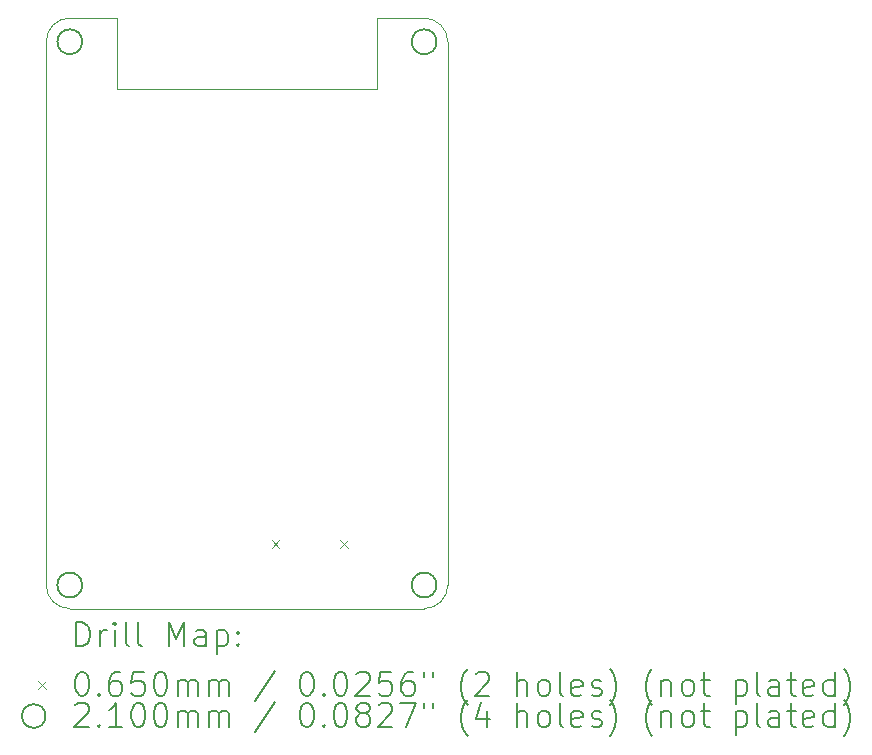
<source format=gbr>
%TF.GenerationSoftware,KiCad,Pcbnew,8.0.2*%
%TF.CreationDate,2024-05-24T09:08:18+10:00*%
%TF.ProjectId,design,64657369-676e-42e6-9b69-6361645f7063,rev?*%
%TF.SameCoordinates,Original*%
%TF.FileFunction,Drillmap*%
%TF.FilePolarity,Positive*%
%FSLAX45Y45*%
G04 Gerber Fmt 4.5, Leading zero omitted, Abs format (unit mm)*
G04 Created by KiCad (PCBNEW 8.0.2) date 2024-05-24 09:08:18*
%MOMM*%
%LPD*%
G01*
G04 APERTURE LIST*
%ADD10C,0.100000*%
%ADD11C,0.200000*%
%ADD12C,0.210000*%
G04 APERTURE END LIST*
D10*
X8500000Y-11500000D02*
G75*
G02*
X8300000Y-11300000I0J200000D01*
G01*
X11500000Y-11500000D02*
X8500000Y-11500000D01*
X8300000Y-11300000D02*
X8300000Y-6700000D01*
X11700000Y-6700000D02*
X11700000Y-11300000D01*
X11500000Y-6500000D02*
X11100000Y-6500000D01*
X8900000Y-7100000D02*
X8900000Y-6500000D01*
X11500000Y-6500000D02*
G75*
G02*
X11700000Y-6700000I0J-200000D01*
G01*
X11100000Y-7100000D02*
X8900000Y-7100000D01*
X8900000Y-6500000D02*
X8500000Y-6500000D01*
X8300000Y-6700000D02*
G75*
G02*
X8500000Y-6500000I200000J0D01*
G01*
X11100000Y-6500000D02*
X11100000Y-7100000D01*
X11700000Y-11300000D02*
G75*
G02*
X11500000Y-11500000I-200000J0D01*
G01*
D11*
D10*
X10208500Y-10917500D02*
X10273500Y-10982500D01*
X10273500Y-10917500D02*
X10208500Y-10982500D01*
X10786500Y-10917500D02*
X10851500Y-10982500D01*
X10851500Y-10917500D02*
X10786500Y-10982500D01*
D12*
X8605000Y-6700000D02*
G75*
G02*
X8395000Y-6700000I-105000J0D01*
G01*
X8395000Y-6700000D02*
G75*
G02*
X8605000Y-6700000I105000J0D01*
G01*
X8605000Y-11300000D02*
G75*
G02*
X8395000Y-11300000I-105000J0D01*
G01*
X8395000Y-11300000D02*
G75*
G02*
X8605000Y-11300000I105000J0D01*
G01*
X11605000Y-6700000D02*
G75*
G02*
X11395000Y-6700000I-105000J0D01*
G01*
X11395000Y-6700000D02*
G75*
G02*
X11605000Y-6700000I105000J0D01*
G01*
X11605000Y-11300000D02*
G75*
G02*
X11395000Y-11300000I-105000J0D01*
G01*
X11395000Y-11300000D02*
G75*
G02*
X11605000Y-11300000I105000J0D01*
G01*
D11*
X8555777Y-11816484D02*
X8555777Y-11616484D01*
X8555777Y-11616484D02*
X8603396Y-11616484D01*
X8603396Y-11616484D02*
X8631967Y-11626008D01*
X8631967Y-11626008D02*
X8651015Y-11645055D01*
X8651015Y-11645055D02*
X8660539Y-11664103D01*
X8660539Y-11664103D02*
X8670063Y-11702198D01*
X8670063Y-11702198D02*
X8670063Y-11730769D01*
X8670063Y-11730769D02*
X8660539Y-11768865D01*
X8660539Y-11768865D02*
X8651015Y-11787912D01*
X8651015Y-11787912D02*
X8631967Y-11806960D01*
X8631967Y-11806960D02*
X8603396Y-11816484D01*
X8603396Y-11816484D02*
X8555777Y-11816484D01*
X8755777Y-11816484D02*
X8755777Y-11683150D01*
X8755777Y-11721246D02*
X8765301Y-11702198D01*
X8765301Y-11702198D02*
X8774824Y-11692674D01*
X8774824Y-11692674D02*
X8793872Y-11683150D01*
X8793872Y-11683150D02*
X8812920Y-11683150D01*
X8879586Y-11816484D02*
X8879586Y-11683150D01*
X8879586Y-11616484D02*
X8870063Y-11626008D01*
X8870063Y-11626008D02*
X8879586Y-11635531D01*
X8879586Y-11635531D02*
X8889110Y-11626008D01*
X8889110Y-11626008D02*
X8879586Y-11616484D01*
X8879586Y-11616484D02*
X8879586Y-11635531D01*
X9003396Y-11816484D02*
X8984348Y-11806960D01*
X8984348Y-11806960D02*
X8974824Y-11787912D01*
X8974824Y-11787912D02*
X8974824Y-11616484D01*
X9108158Y-11816484D02*
X9089110Y-11806960D01*
X9089110Y-11806960D02*
X9079586Y-11787912D01*
X9079586Y-11787912D02*
X9079586Y-11616484D01*
X9336729Y-11816484D02*
X9336729Y-11616484D01*
X9336729Y-11616484D02*
X9403396Y-11759341D01*
X9403396Y-11759341D02*
X9470063Y-11616484D01*
X9470063Y-11616484D02*
X9470063Y-11816484D01*
X9651015Y-11816484D02*
X9651015Y-11711722D01*
X9651015Y-11711722D02*
X9641491Y-11692674D01*
X9641491Y-11692674D02*
X9622444Y-11683150D01*
X9622444Y-11683150D02*
X9584348Y-11683150D01*
X9584348Y-11683150D02*
X9565301Y-11692674D01*
X9651015Y-11806960D02*
X9631967Y-11816484D01*
X9631967Y-11816484D02*
X9584348Y-11816484D01*
X9584348Y-11816484D02*
X9565301Y-11806960D01*
X9565301Y-11806960D02*
X9555777Y-11787912D01*
X9555777Y-11787912D02*
X9555777Y-11768865D01*
X9555777Y-11768865D02*
X9565301Y-11749817D01*
X9565301Y-11749817D02*
X9584348Y-11740293D01*
X9584348Y-11740293D02*
X9631967Y-11740293D01*
X9631967Y-11740293D02*
X9651015Y-11730769D01*
X9746253Y-11683150D02*
X9746253Y-11883150D01*
X9746253Y-11692674D02*
X9765301Y-11683150D01*
X9765301Y-11683150D02*
X9803396Y-11683150D01*
X9803396Y-11683150D02*
X9822444Y-11692674D01*
X9822444Y-11692674D02*
X9831967Y-11702198D01*
X9831967Y-11702198D02*
X9841491Y-11721246D01*
X9841491Y-11721246D02*
X9841491Y-11778388D01*
X9841491Y-11778388D02*
X9831967Y-11797436D01*
X9831967Y-11797436D02*
X9822444Y-11806960D01*
X9822444Y-11806960D02*
X9803396Y-11816484D01*
X9803396Y-11816484D02*
X9765301Y-11816484D01*
X9765301Y-11816484D02*
X9746253Y-11806960D01*
X9927205Y-11797436D02*
X9936729Y-11806960D01*
X9936729Y-11806960D02*
X9927205Y-11816484D01*
X9927205Y-11816484D02*
X9917682Y-11806960D01*
X9917682Y-11806960D02*
X9927205Y-11797436D01*
X9927205Y-11797436D02*
X9927205Y-11816484D01*
X9927205Y-11692674D02*
X9936729Y-11702198D01*
X9936729Y-11702198D02*
X9927205Y-11711722D01*
X9927205Y-11711722D02*
X9917682Y-11702198D01*
X9917682Y-11702198D02*
X9927205Y-11692674D01*
X9927205Y-11692674D02*
X9927205Y-11711722D01*
D10*
X8230000Y-12112500D02*
X8295000Y-12177500D01*
X8295000Y-12112500D02*
X8230000Y-12177500D01*
D11*
X8593872Y-12036484D02*
X8612920Y-12036484D01*
X8612920Y-12036484D02*
X8631967Y-12046008D01*
X8631967Y-12046008D02*
X8641491Y-12055531D01*
X8641491Y-12055531D02*
X8651015Y-12074579D01*
X8651015Y-12074579D02*
X8660539Y-12112674D01*
X8660539Y-12112674D02*
X8660539Y-12160293D01*
X8660539Y-12160293D02*
X8651015Y-12198388D01*
X8651015Y-12198388D02*
X8641491Y-12217436D01*
X8641491Y-12217436D02*
X8631967Y-12226960D01*
X8631967Y-12226960D02*
X8612920Y-12236484D01*
X8612920Y-12236484D02*
X8593872Y-12236484D01*
X8593872Y-12236484D02*
X8574824Y-12226960D01*
X8574824Y-12226960D02*
X8565301Y-12217436D01*
X8565301Y-12217436D02*
X8555777Y-12198388D01*
X8555777Y-12198388D02*
X8546253Y-12160293D01*
X8546253Y-12160293D02*
X8546253Y-12112674D01*
X8546253Y-12112674D02*
X8555777Y-12074579D01*
X8555777Y-12074579D02*
X8565301Y-12055531D01*
X8565301Y-12055531D02*
X8574824Y-12046008D01*
X8574824Y-12046008D02*
X8593872Y-12036484D01*
X8746253Y-12217436D02*
X8755777Y-12226960D01*
X8755777Y-12226960D02*
X8746253Y-12236484D01*
X8746253Y-12236484D02*
X8736729Y-12226960D01*
X8736729Y-12226960D02*
X8746253Y-12217436D01*
X8746253Y-12217436D02*
X8746253Y-12236484D01*
X8927205Y-12036484D02*
X8889110Y-12036484D01*
X8889110Y-12036484D02*
X8870063Y-12046008D01*
X8870063Y-12046008D02*
X8860539Y-12055531D01*
X8860539Y-12055531D02*
X8841491Y-12084103D01*
X8841491Y-12084103D02*
X8831967Y-12122198D01*
X8831967Y-12122198D02*
X8831967Y-12198388D01*
X8831967Y-12198388D02*
X8841491Y-12217436D01*
X8841491Y-12217436D02*
X8851015Y-12226960D01*
X8851015Y-12226960D02*
X8870063Y-12236484D01*
X8870063Y-12236484D02*
X8908158Y-12236484D01*
X8908158Y-12236484D02*
X8927205Y-12226960D01*
X8927205Y-12226960D02*
X8936729Y-12217436D01*
X8936729Y-12217436D02*
X8946253Y-12198388D01*
X8946253Y-12198388D02*
X8946253Y-12150769D01*
X8946253Y-12150769D02*
X8936729Y-12131722D01*
X8936729Y-12131722D02*
X8927205Y-12122198D01*
X8927205Y-12122198D02*
X8908158Y-12112674D01*
X8908158Y-12112674D02*
X8870063Y-12112674D01*
X8870063Y-12112674D02*
X8851015Y-12122198D01*
X8851015Y-12122198D02*
X8841491Y-12131722D01*
X8841491Y-12131722D02*
X8831967Y-12150769D01*
X9127205Y-12036484D02*
X9031967Y-12036484D01*
X9031967Y-12036484D02*
X9022444Y-12131722D01*
X9022444Y-12131722D02*
X9031967Y-12122198D01*
X9031967Y-12122198D02*
X9051015Y-12112674D01*
X9051015Y-12112674D02*
X9098634Y-12112674D01*
X9098634Y-12112674D02*
X9117682Y-12122198D01*
X9117682Y-12122198D02*
X9127205Y-12131722D01*
X9127205Y-12131722D02*
X9136729Y-12150769D01*
X9136729Y-12150769D02*
X9136729Y-12198388D01*
X9136729Y-12198388D02*
X9127205Y-12217436D01*
X9127205Y-12217436D02*
X9117682Y-12226960D01*
X9117682Y-12226960D02*
X9098634Y-12236484D01*
X9098634Y-12236484D02*
X9051015Y-12236484D01*
X9051015Y-12236484D02*
X9031967Y-12226960D01*
X9031967Y-12226960D02*
X9022444Y-12217436D01*
X9260539Y-12036484D02*
X9279586Y-12036484D01*
X9279586Y-12036484D02*
X9298634Y-12046008D01*
X9298634Y-12046008D02*
X9308158Y-12055531D01*
X9308158Y-12055531D02*
X9317682Y-12074579D01*
X9317682Y-12074579D02*
X9327205Y-12112674D01*
X9327205Y-12112674D02*
X9327205Y-12160293D01*
X9327205Y-12160293D02*
X9317682Y-12198388D01*
X9317682Y-12198388D02*
X9308158Y-12217436D01*
X9308158Y-12217436D02*
X9298634Y-12226960D01*
X9298634Y-12226960D02*
X9279586Y-12236484D01*
X9279586Y-12236484D02*
X9260539Y-12236484D01*
X9260539Y-12236484D02*
X9241491Y-12226960D01*
X9241491Y-12226960D02*
X9231967Y-12217436D01*
X9231967Y-12217436D02*
X9222444Y-12198388D01*
X9222444Y-12198388D02*
X9212920Y-12160293D01*
X9212920Y-12160293D02*
X9212920Y-12112674D01*
X9212920Y-12112674D02*
X9222444Y-12074579D01*
X9222444Y-12074579D02*
X9231967Y-12055531D01*
X9231967Y-12055531D02*
X9241491Y-12046008D01*
X9241491Y-12046008D02*
X9260539Y-12036484D01*
X9412920Y-12236484D02*
X9412920Y-12103150D01*
X9412920Y-12122198D02*
X9422444Y-12112674D01*
X9422444Y-12112674D02*
X9441491Y-12103150D01*
X9441491Y-12103150D02*
X9470063Y-12103150D01*
X9470063Y-12103150D02*
X9489110Y-12112674D01*
X9489110Y-12112674D02*
X9498634Y-12131722D01*
X9498634Y-12131722D02*
X9498634Y-12236484D01*
X9498634Y-12131722D02*
X9508158Y-12112674D01*
X9508158Y-12112674D02*
X9527205Y-12103150D01*
X9527205Y-12103150D02*
X9555777Y-12103150D01*
X9555777Y-12103150D02*
X9574825Y-12112674D01*
X9574825Y-12112674D02*
X9584348Y-12131722D01*
X9584348Y-12131722D02*
X9584348Y-12236484D01*
X9679586Y-12236484D02*
X9679586Y-12103150D01*
X9679586Y-12122198D02*
X9689110Y-12112674D01*
X9689110Y-12112674D02*
X9708158Y-12103150D01*
X9708158Y-12103150D02*
X9736729Y-12103150D01*
X9736729Y-12103150D02*
X9755777Y-12112674D01*
X9755777Y-12112674D02*
X9765301Y-12131722D01*
X9765301Y-12131722D02*
X9765301Y-12236484D01*
X9765301Y-12131722D02*
X9774825Y-12112674D01*
X9774825Y-12112674D02*
X9793872Y-12103150D01*
X9793872Y-12103150D02*
X9822444Y-12103150D01*
X9822444Y-12103150D02*
X9841491Y-12112674D01*
X9841491Y-12112674D02*
X9851015Y-12131722D01*
X9851015Y-12131722D02*
X9851015Y-12236484D01*
X10241491Y-12026960D02*
X10070063Y-12284103D01*
X10498634Y-12036484D02*
X10517682Y-12036484D01*
X10517682Y-12036484D02*
X10536729Y-12046008D01*
X10536729Y-12046008D02*
X10546253Y-12055531D01*
X10546253Y-12055531D02*
X10555777Y-12074579D01*
X10555777Y-12074579D02*
X10565301Y-12112674D01*
X10565301Y-12112674D02*
X10565301Y-12160293D01*
X10565301Y-12160293D02*
X10555777Y-12198388D01*
X10555777Y-12198388D02*
X10546253Y-12217436D01*
X10546253Y-12217436D02*
X10536729Y-12226960D01*
X10536729Y-12226960D02*
X10517682Y-12236484D01*
X10517682Y-12236484D02*
X10498634Y-12236484D01*
X10498634Y-12236484D02*
X10479587Y-12226960D01*
X10479587Y-12226960D02*
X10470063Y-12217436D01*
X10470063Y-12217436D02*
X10460539Y-12198388D01*
X10460539Y-12198388D02*
X10451015Y-12160293D01*
X10451015Y-12160293D02*
X10451015Y-12112674D01*
X10451015Y-12112674D02*
X10460539Y-12074579D01*
X10460539Y-12074579D02*
X10470063Y-12055531D01*
X10470063Y-12055531D02*
X10479587Y-12046008D01*
X10479587Y-12046008D02*
X10498634Y-12036484D01*
X10651015Y-12217436D02*
X10660539Y-12226960D01*
X10660539Y-12226960D02*
X10651015Y-12236484D01*
X10651015Y-12236484D02*
X10641491Y-12226960D01*
X10641491Y-12226960D02*
X10651015Y-12217436D01*
X10651015Y-12217436D02*
X10651015Y-12236484D01*
X10784348Y-12036484D02*
X10803396Y-12036484D01*
X10803396Y-12036484D02*
X10822444Y-12046008D01*
X10822444Y-12046008D02*
X10831968Y-12055531D01*
X10831968Y-12055531D02*
X10841491Y-12074579D01*
X10841491Y-12074579D02*
X10851015Y-12112674D01*
X10851015Y-12112674D02*
X10851015Y-12160293D01*
X10851015Y-12160293D02*
X10841491Y-12198388D01*
X10841491Y-12198388D02*
X10831968Y-12217436D01*
X10831968Y-12217436D02*
X10822444Y-12226960D01*
X10822444Y-12226960D02*
X10803396Y-12236484D01*
X10803396Y-12236484D02*
X10784348Y-12236484D01*
X10784348Y-12236484D02*
X10765301Y-12226960D01*
X10765301Y-12226960D02*
X10755777Y-12217436D01*
X10755777Y-12217436D02*
X10746253Y-12198388D01*
X10746253Y-12198388D02*
X10736729Y-12160293D01*
X10736729Y-12160293D02*
X10736729Y-12112674D01*
X10736729Y-12112674D02*
X10746253Y-12074579D01*
X10746253Y-12074579D02*
X10755777Y-12055531D01*
X10755777Y-12055531D02*
X10765301Y-12046008D01*
X10765301Y-12046008D02*
X10784348Y-12036484D01*
X10927206Y-12055531D02*
X10936729Y-12046008D01*
X10936729Y-12046008D02*
X10955777Y-12036484D01*
X10955777Y-12036484D02*
X11003396Y-12036484D01*
X11003396Y-12036484D02*
X11022444Y-12046008D01*
X11022444Y-12046008D02*
X11031968Y-12055531D01*
X11031968Y-12055531D02*
X11041491Y-12074579D01*
X11041491Y-12074579D02*
X11041491Y-12093627D01*
X11041491Y-12093627D02*
X11031968Y-12122198D01*
X11031968Y-12122198D02*
X10917682Y-12236484D01*
X10917682Y-12236484D02*
X11041491Y-12236484D01*
X11222444Y-12036484D02*
X11127206Y-12036484D01*
X11127206Y-12036484D02*
X11117682Y-12131722D01*
X11117682Y-12131722D02*
X11127206Y-12122198D01*
X11127206Y-12122198D02*
X11146253Y-12112674D01*
X11146253Y-12112674D02*
X11193872Y-12112674D01*
X11193872Y-12112674D02*
X11212920Y-12122198D01*
X11212920Y-12122198D02*
X11222444Y-12131722D01*
X11222444Y-12131722D02*
X11231967Y-12150769D01*
X11231967Y-12150769D02*
X11231967Y-12198388D01*
X11231967Y-12198388D02*
X11222444Y-12217436D01*
X11222444Y-12217436D02*
X11212920Y-12226960D01*
X11212920Y-12226960D02*
X11193872Y-12236484D01*
X11193872Y-12236484D02*
X11146253Y-12236484D01*
X11146253Y-12236484D02*
X11127206Y-12226960D01*
X11127206Y-12226960D02*
X11117682Y-12217436D01*
X11403396Y-12036484D02*
X11365301Y-12036484D01*
X11365301Y-12036484D02*
X11346253Y-12046008D01*
X11346253Y-12046008D02*
X11336729Y-12055531D01*
X11336729Y-12055531D02*
X11317682Y-12084103D01*
X11317682Y-12084103D02*
X11308158Y-12122198D01*
X11308158Y-12122198D02*
X11308158Y-12198388D01*
X11308158Y-12198388D02*
X11317682Y-12217436D01*
X11317682Y-12217436D02*
X11327206Y-12226960D01*
X11327206Y-12226960D02*
X11346253Y-12236484D01*
X11346253Y-12236484D02*
X11384348Y-12236484D01*
X11384348Y-12236484D02*
X11403396Y-12226960D01*
X11403396Y-12226960D02*
X11412920Y-12217436D01*
X11412920Y-12217436D02*
X11422444Y-12198388D01*
X11422444Y-12198388D02*
X11422444Y-12150769D01*
X11422444Y-12150769D02*
X11412920Y-12131722D01*
X11412920Y-12131722D02*
X11403396Y-12122198D01*
X11403396Y-12122198D02*
X11384348Y-12112674D01*
X11384348Y-12112674D02*
X11346253Y-12112674D01*
X11346253Y-12112674D02*
X11327206Y-12122198D01*
X11327206Y-12122198D02*
X11317682Y-12131722D01*
X11317682Y-12131722D02*
X11308158Y-12150769D01*
X11498634Y-12036484D02*
X11498634Y-12074579D01*
X11574825Y-12036484D02*
X11574825Y-12074579D01*
X11870063Y-12312674D02*
X11860539Y-12303150D01*
X11860539Y-12303150D02*
X11841491Y-12274579D01*
X11841491Y-12274579D02*
X11831968Y-12255531D01*
X11831968Y-12255531D02*
X11822444Y-12226960D01*
X11822444Y-12226960D02*
X11812920Y-12179341D01*
X11812920Y-12179341D02*
X11812920Y-12141246D01*
X11812920Y-12141246D02*
X11822444Y-12093627D01*
X11822444Y-12093627D02*
X11831968Y-12065055D01*
X11831968Y-12065055D02*
X11841491Y-12046008D01*
X11841491Y-12046008D02*
X11860539Y-12017436D01*
X11860539Y-12017436D02*
X11870063Y-12007912D01*
X11936729Y-12055531D02*
X11946253Y-12046008D01*
X11946253Y-12046008D02*
X11965301Y-12036484D01*
X11965301Y-12036484D02*
X12012920Y-12036484D01*
X12012920Y-12036484D02*
X12031968Y-12046008D01*
X12031968Y-12046008D02*
X12041491Y-12055531D01*
X12041491Y-12055531D02*
X12051015Y-12074579D01*
X12051015Y-12074579D02*
X12051015Y-12093627D01*
X12051015Y-12093627D02*
X12041491Y-12122198D01*
X12041491Y-12122198D02*
X11927206Y-12236484D01*
X11927206Y-12236484D02*
X12051015Y-12236484D01*
X12289110Y-12236484D02*
X12289110Y-12036484D01*
X12374825Y-12236484D02*
X12374825Y-12131722D01*
X12374825Y-12131722D02*
X12365301Y-12112674D01*
X12365301Y-12112674D02*
X12346253Y-12103150D01*
X12346253Y-12103150D02*
X12317682Y-12103150D01*
X12317682Y-12103150D02*
X12298634Y-12112674D01*
X12298634Y-12112674D02*
X12289110Y-12122198D01*
X12498634Y-12236484D02*
X12479587Y-12226960D01*
X12479587Y-12226960D02*
X12470063Y-12217436D01*
X12470063Y-12217436D02*
X12460539Y-12198388D01*
X12460539Y-12198388D02*
X12460539Y-12141246D01*
X12460539Y-12141246D02*
X12470063Y-12122198D01*
X12470063Y-12122198D02*
X12479587Y-12112674D01*
X12479587Y-12112674D02*
X12498634Y-12103150D01*
X12498634Y-12103150D02*
X12527206Y-12103150D01*
X12527206Y-12103150D02*
X12546253Y-12112674D01*
X12546253Y-12112674D02*
X12555777Y-12122198D01*
X12555777Y-12122198D02*
X12565301Y-12141246D01*
X12565301Y-12141246D02*
X12565301Y-12198388D01*
X12565301Y-12198388D02*
X12555777Y-12217436D01*
X12555777Y-12217436D02*
X12546253Y-12226960D01*
X12546253Y-12226960D02*
X12527206Y-12236484D01*
X12527206Y-12236484D02*
X12498634Y-12236484D01*
X12679587Y-12236484D02*
X12660539Y-12226960D01*
X12660539Y-12226960D02*
X12651015Y-12207912D01*
X12651015Y-12207912D02*
X12651015Y-12036484D01*
X12831968Y-12226960D02*
X12812920Y-12236484D01*
X12812920Y-12236484D02*
X12774825Y-12236484D01*
X12774825Y-12236484D02*
X12755777Y-12226960D01*
X12755777Y-12226960D02*
X12746253Y-12207912D01*
X12746253Y-12207912D02*
X12746253Y-12131722D01*
X12746253Y-12131722D02*
X12755777Y-12112674D01*
X12755777Y-12112674D02*
X12774825Y-12103150D01*
X12774825Y-12103150D02*
X12812920Y-12103150D01*
X12812920Y-12103150D02*
X12831968Y-12112674D01*
X12831968Y-12112674D02*
X12841491Y-12131722D01*
X12841491Y-12131722D02*
X12841491Y-12150769D01*
X12841491Y-12150769D02*
X12746253Y-12169817D01*
X12917682Y-12226960D02*
X12936730Y-12236484D01*
X12936730Y-12236484D02*
X12974825Y-12236484D01*
X12974825Y-12236484D02*
X12993872Y-12226960D01*
X12993872Y-12226960D02*
X13003396Y-12207912D01*
X13003396Y-12207912D02*
X13003396Y-12198388D01*
X13003396Y-12198388D02*
X12993872Y-12179341D01*
X12993872Y-12179341D02*
X12974825Y-12169817D01*
X12974825Y-12169817D02*
X12946253Y-12169817D01*
X12946253Y-12169817D02*
X12927206Y-12160293D01*
X12927206Y-12160293D02*
X12917682Y-12141246D01*
X12917682Y-12141246D02*
X12917682Y-12131722D01*
X12917682Y-12131722D02*
X12927206Y-12112674D01*
X12927206Y-12112674D02*
X12946253Y-12103150D01*
X12946253Y-12103150D02*
X12974825Y-12103150D01*
X12974825Y-12103150D02*
X12993872Y-12112674D01*
X13070063Y-12312674D02*
X13079587Y-12303150D01*
X13079587Y-12303150D02*
X13098634Y-12274579D01*
X13098634Y-12274579D02*
X13108158Y-12255531D01*
X13108158Y-12255531D02*
X13117682Y-12226960D01*
X13117682Y-12226960D02*
X13127206Y-12179341D01*
X13127206Y-12179341D02*
X13127206Y-12141246D01*
X13127206Y-12141246D02*
X13117682Y-12093627D01*
X13117682Y-12093627D02*
X13108158Y-12065055D01*
X13108158Y-12065055D02*
X13098634Y-12046008D01*
X13098634Y-12046008D02*
X13079587Y-12017436D01*
X13079587Y-12017436D02*
X13070063Y-12007912D01*
X13431968Y-12312674D02*
X13422444Y-12303150D01*
X13422444Y-12303150D02*
X13403396Y-12274579D01*
X13403396Y-12274579D02*
X13393872Y-12255531D01*
X13393872Y-12255531D02*
X13384349Y-12226960D01*
X13384349Y-12226960D02*
X13374825Y-12179341D01*
X13374825Y-12179341D02*
X13374825Y-12141246D01*
X13374825Y-12141246D02*
X13384349Y-12093627D01*
X13384349Y-12093627D02*
X13393872Y-12065055D01*
X13393872Y-12065055D02*
X13403396Y-12046008D01*
X13403396Y-12046008D02*
X13422444Y-12017436D01*
X13422444Y-12017436D02*
X13431968Y-12007912D01*
X13508158Y-12103150D02*
X13508158Y-12236484D01*
X13508158Y-12122198D02*
X13517682Y-12112674D01*
X13517682Y-12112674D02*
X13536730Y-12103150D01*
X13536730Y-12103150D02*
X13565301Y-12103150D01*
X13565301Y-12103150D02*
X13584349Y-12112674D01*
X13584349Y-12112674D02*
X13593872Y-12131722D01*
X13593872Y-12131722D02*
X13593872Y-12236484D01*
X13717682Y-12236484D02*
X13698634Y-12226960D01*
X13698634Y-12226960D02*
X13689111Y-12217436D01*
X13689111Y-12217436D02*
X13679587Y-12198388D01*
X13679587Y-12198388D02*
X13679587Y-12141246D01*
X13679587Y-12141246D02*
X13689111Y-12122198D01*
X13689111Y-12122198D02*
X13698634Y-12112674D01*
X13698634Y-12112674D02*
X13717682Y-12103150D01*
X13717682Y-12103150D02*
X13746253Y-12103150D01*
X13746253Y-12103150D02*
X13765301Y-12112674D01*
X13765301Y-12112674D02*
X13774825Y-12122198D01*
X13774825Y-12122198D02*
X13784349Y-12141246D01*
X13784349Y-12141246D02*
X13784349Y-12198388D01*
X13784349Y-12198388D02*
X13774825Y-12217436D01*
X13774825Y-12217436D02*
X13765301Y-12226960D01*
X13765301Y-12226960D02*
X13746253Y-12236484D01*
X13746253Y-12236484D02*
X13717682Y-12236484D01*
X13841492Y-12103150D02*
X13917682Y-12103150D01*
X13870063Y-12036484D02*
X13870063Y-12207912D01*
X13870063Y-12207912D02*
X13879587Y-12226960D01*
X13879587Y-12226960D02*
X13898634Y-12236484D01*
X13898634Y-12236484D02*
X13917682Y-12236484D01*
X14136730Y-12103150D02*
X14136730Y-12303150D01*
X14136730Y-12112674D02*
X14155777Y-12103150D01*
X14155777Y-12103150D02*
X14193873Y-12103150D01*
X14193873Y-12103150D02*
X14212920Y-12112674D01*
X14212920Y-12112674D02*
X14222444Y-12122198D01*
X14222444Y-12122198D02*
X14231968Y-12141246D01*
X14231968Y-12141246D02*
X14231968Y-12198388D01*
X14231968Y-12198388D02*
X14222444Y-12217436D01*
X14222444Y-12217436D02*
X14212920Y-12226960D01*
X14212920Y-12226960D02*
X14193873Y-12236484D01*
X14193873Y-12236484D02*
X14155777Y-12236484D01*
X14155777Y-12236484D02*
X14136730Y-12226960D01*
X14346253Y-12236484D02*
X14327206Y-12226960D01*
X14327206Y-12226960D02*
X14317682Y-12207912D01*
X14317682Y-12207912D02*
X14317682Y-12036484D01*
X14508158Y-12236484D02*
X14508158Y-12131722D01*
X14508158Y-12131722D02*
X14498634Y-12112674D01*
X14498634Y-12112674D02*
X14479587Y-12103150D01*
X14479587Y-12103150D02*
X14441492Y-12103150D01*
X14441492Y-12103150D02*
X14422444Y-12112674D01*
X14508158Y-12226960D02*
X14489111Y-12236484D01*
X14489111Y-12236484D02*
X14441492Y-12236484D01*
X14441492Y-12236484D02*
X14422444Y-12226960D01*
X14422444Y-12226960D02*
X14412920Y-12207912D01*
X14412920Y-12207912D02*
X14412920Y-12188865D01*
X14412920Y-12188865D02*
X14422444Y-12169817D01*
X14422444Y-12169817D02*
X14441492Y-12160293D01*
X14441492Y-12160293D02*
X14489111Y-12160293D01*
X14489111Y-12160293D02*
X14508158Y-12150769D01*
X14574825Y-12103150D02*
X14651015Y-12103150D01*
X14603396Y-12036484D02*
X14603396Y-12207912D01*
X14603396Y-12207912D02*
X14612920Y-12226960D01*
X14612920Y-12226960D02*
X14631968Y-12236484D01*
X14631968Y-12236484D02*
X14651015Y-12236484D01*
X14793873Y-12226960D02*
X14774825Y-12236484D01*
X14774825Y-12236484D02*
X14736730Y-12236484D01*
X14736730Y-12236484D02*
X14717682Y-12226960D01*
X14717682Y-12226960D02*
X14708158Y-12207912D01*
X14708158Y-12207912D02*
X14708158Y-12131722D01*
X14708158Y-12131722D02*
X14717682Y-12112674D01*
X14717682Y-12112674D02*
X14736730Y-12103150D01*
X14736730Y-12103150D02*
X14774825Y-12103150D01*
X14774825Y-12103150D02*
X14793873Y-12112674D01*
X14793873Y-12112674D02*
X14803396Y-12131722D01*
X14803396Y-12131722D02*
X14803396Y-12150769D01*
X14803396Y-12150769D02*
X14708158Y-12169817D01*
X14974825Y-12236484D02*
X14974825Y-12036484D01*
X14974825Y-12226960D02*
X14955777Y-12236484D01*
X14955777Y-12236484D02*
X14917682Y-12236484D01*
X14917682Y-12236484D02*
X14898634Y-12226960D01*
X14898634Y-12226960D02*
X14889111Y-12217436D01*
X14889111Y-12217436D02*
X14879587Y-12198388D01*
X14879587Y-12198388D02*
X14879587Y-12141246D01*
X14879587Y-12141246D02*
X14889111Y-12122198D01*
X14889111Y-12122198D02*
X14898634Y-12112674D01*
X14898634Y-12112674D02*
X14917682Y-12103150D01*
X14917682Y-12103150D02*
X14955777Y-12103150D01*
X14955777Y-12103150D02*
X14974825Y-12112674D01*
X15051015Y-12312674D02*
X15060539Y-12303150D01*
X15060539Y-12303150D02*
X15079587Y-12274579D01*
X15079587Y-12274579D02*
X15089111Y-12255531D01*
X15089111Y-12255531D02*
X15098634Y-12226960D01*
X15098634Y-12226960D02*
X15108158Y-12179341D01*
X15108158Y-12179341D02*
X15108158Y-12141246D01*
X15108158Y-12141246D02*
X15098634Y-12093627D01*
X15098634Y-12093627D02*
X15089111Y-12065055D01*
X15089111Y-12065055D02*
X15079587Y-12046008D01*
X15079587Y-12046008D02*
X15060539Y-12017436D01*
X15060539Y-12017436D02*
X15051015Y-12007912D01*
X8295000Y-12409000D02*
G75*
G02*
X8095000Y-12409000I-100000J0D01*
G01*
X8095000Y-12409000D02*
G75*
G02*
X8295000Y-12409000I100000J0D01*
G01*
X8546253Y-12319531D02*
X8555777Y-12310008D01*
X8555777Y-12310008D02*
X8574824Y-12300484D01*
X8574824Y-12300484D02*
X8622444Y-12300484D01*
X8622444Y-12300484D02*
X8641491Y-12310008D01*
X8641491Y-12310008D02*
X8651015Y-12319531D01*
X8651015Y-12319531D02*
X8660539Y-12338579D01*
X8660539Y-12338579D02*
X8660539Y-12357627D01*
X8660539Y-12357627D02*
X8651015Y-12386198D01*
X8651015Y-12386198D02*
X8536729Y-12500484D01*
X8536729Y-12500484D02*
X8660539Y-12500484D01*
X8746253Y-12481436D02*
X8755777Y-12490960D01*
X8755777Y-12490960D02*
X8746253Y-12500484D01*
X8746253Y-12500484D02*
X8736729Y-12490960D01*
X8736729Y-12490960D02*
X8746253Y-12481436D01*
X8746253Y-12481436D02*
X8746253Y-12500484D01*
X8946253Y-12500484D02*
X8831967Y-12500484D01*
X8889110Y-12500484D02*
X8889110Y-12300484D01*
X8889110Y-12300484D02*
X8870063Y-12329055D01*
X8870063Y-12329055D02*
X8851015Y-12348103D01*
X8851015Y-12348103D02*
X8831967Y-12357627D01*
X9070063Y-12300484D02*
X9089110Y-12300484D01*
X9089110Y-12300484D02*
X9108158Y-12310008D01*
X9108158Y-12310008D02*
X9117682Y-12319531D01*
X9117682Y-12319531D02*
X9127205Y-12338579D01*
X9127205Y-12338579D02*
X9136729Y-12376674D01*
X9136729Y-12376674D02*
X9136729Y-12424293D01*
X9136729Y-12424293D02*
X9127205Y-12462388D01*
X9127205Y-12462388D02*
X9117682Y-12481436D01*
X9117682Y-12481436D02*
X9108158Y-12490960D01*
X9108158Y-12490960D02*
X9089110Y-12500484D01*
X9089110Y-12500484D02*
X9070063Y-12500484D01*
X9070063Y-12500484D02*
X9051015Y-12490960D01*
X9051015Y-12490960D02*
X9041491Y-12481436D01*
X9041491Y-12481436D02*
X9031967Y-12462388D01*
X9031967Y-12462388D02*
X9022444Y-12424293D01*
X9022444Y-12424293D02*
X9022444Y-12376674D01*
X9022444Y-12376674D02*
X9031967Y-12338579D01*
X9031967Y-12338579D02*
X9041491Y-12319531D01*
X9041491Y-12319531D02*
X9051015Y-12310008D01*
X9051015Y-12310008D02*
X9070063Y-12300484D01*
X9260539Y-12300484D02*
X9279586Y-12300484D01*
X9279586Y-12300484D02*
X9298634Y-12310008D01*
X9298634Y-12310008D02*
X9308158Y-12319531D01*
X9308158Y-12319531D02*
X9317682Y-12338579D01*
X9317682Y-12338579D02*
X9327205Y-12376674D01*
X9327205Y-12376674D02*
X9327205Y-12424293D01*
X9327205Y-12424293D02*
X9317682Y-12462388D01*
X9317682Y-12462388D02*
X9308158Y-12481436D01*
X9308158Y-12481436D02*
X9298634Y-12490960D01*
X9298634Y-12490960D02*
X9279586Y-12500484D01*
X9279586Y-12500484D02*
X9260539Y-12500484D01*
X9260539Y-12500484D02*
X9241491Y-12490960D01*
X9241491Y-12490960D02*
X9231967Y-12481436D01*
X9231967Y-12481436D02*
X9222444Y-12462388D01*
X9222444Y-12462388D02*
X9212920Y-12424293D01*
X9212920Y-12424293D02*
X9212920Y-12376674D01*
X9212920Y-12376674D02*
X9222444Y-12338579D01*
X9222444Y-12338579D02*
X9231967Y-12319531D01*
X9231967Y-12319531D02*
X9241491Y-12310008D01*
X9241491Y-12310008D02*
X9260539Y-12300484D01*
X9412920Y-12500484D02*
X9412920Y-12367150D01*
X9412920Y-12386198D02*
X9422444Y-12376674D01*
X9422444Y-12376674D02*
X9441491Y-12367150D01*
X9441491Y-12367150D02*
X9470063Y-12367150D01*
X9470063Y-12367150D02*
X9489110Y-12376674D01*
X9489110Y-12376674D02*
X9498634Y-12395722D01*
X9498634Y-12395722D02*
X9498634Y-12500484D01*
X9498634Y-12395722D02*
X9508158Y-12376674D01*
X9508158Y-12376674D02*
X9527205Y-12367150D01*
X9527205Y-12367150D02*
X9555777Y-12367150D01*
X9555777Y-12367150D02*
X9574825Y-12376674D01*
X9574825Y-12376674D02*
X9584348Y-12395722D01*
X9584348Y-12395722D02*
X9584348Y-12500484D01*
X9679586Y-12500484D02*
X9679586Y-12367150D01*
X9679586Y-12386198D02*
X9689110Y-12376674D01*
X9689110Y-12376674D02*
X9708158Y-12367150D01*
X9708158Y-12367150D02*
X9736729Y-12367150D01*
X9736729Y-12367150D02*
X9755777Y-12376674D01*
X9755777Y-12376674D02*
X9765301Y-12395722D01*
X9765301Y-12395722D02*
X9765301Y-12500484D01*
X9765301Y-12395722D02*
X9774825Y-12376674D01*
X9774825Y-12376674D02*
X9793872Y-12367150D01*
X9793872Y-12367150D02*
X9822444Y-12367150D01*
X9822444Y-12367150D02*
X9841491Y-12376674D01*
X9841491Y-12376674D02*
X9851015Y-12395722D01*
X9851015Y-12395722D02*
X9851015Y-12500484D01*
X10241491Y-12290960D02*
X10070063Y-12548103D01*
X10498634Y-12300484D02*
X10517682Y-12300484D01*
X10517682Y-12300484D02*
X10536729Y-12310008D01*
X10536729Y-12310008D02*
X10546253Y-12319531D01*
X10546253Y-12319531D02*
X10555777Y-12338579D01*
X10555777Y-12338579D02*
X10565301Y-12376674D01*
X10565301Y-12376674D02*
X10565301Y-12424293D01*
X10565301Y-12424293D02*
X10555777Y-12462388D01*
X10555777Y-12462388D02*
X10546253Y-12481436D01*
X10546253Y-12481436D02*
X10536729Y-12490960D01*
X10536729Y-12490960D02*
X10517682Y-12500484D01*
X10517682Y-12500484D02*
X10498634Y-12500484D01*
X10498634Y-12500484D02*
X10479587Y-12490960D01*
X10479587Y-12490960D02*
X10470063Y-12481436D01*
X10470063Y-12481436D02*
X10460539Y-12462388D01*
X10460539Y-12462388D02*
X10451015Y-12424293D01*
X10451015Y-12424293D02*
X10451015Y-12376674D01*
X10451015Y-12376674D02*
X10460539Y-12338579D01*
X10460539Y-12338579D02*
X10470063Y-12319531D01*
X10470063Y-12319531D02*
X10479587Y-12310008D01*
X10479587Y-12310008D02*
X10498634Y-12300484D01*
X10651015Y-12481436D02*
X10660539Y-12490960D01*
X10660539Y-12490960D02*
X10651015Y-12500484D01*
X10651015Y-12500484D02*
X10641491Y-12490960D01*
X10641491Y-12490960D02*
X10651015Y-12481436D01*
X10651015Y-12481436D02*
X10651015Y-12500484D01*
X10784348Y-12300484D02*
X10803396Y-12300484D01*
X10803396Y-12300484D02*
X10822444Y-12310008D01*
X10822444Y-12310008D02*
X10831968Y-12319531D01*
X10831968Y-12319531D02*
X10841491Y-12338579D01*
X10841491Y-12338579D02*
X10851015Y-12376674D01*
X10851015Y-12376674D02*
X10851015Y-12424293D01*
X10851015Y-12424293D02*
X10841491Y-12462388D01*
X10841491Y-12462388D02*
X10831968Y-12481436D01*
X10831968Y-12481436D02*
X10822444Y-12490960D01*
X10822444Y-12490960D02*
X10803396Y-12500484D01*
X10803396Y-12500484D02*
X10784348Y-12500484D01*
X10784348Y-12500484D02*
X10765301Y-12490960D01*
X10765301Y-12490960D02*
X10755777Y-12481436D01*
X10755777Y-12481436D02*
X10746253Y-12462388D01*
X10746253Y-12462388D02*
X10736729Y-12424293D01*
X10736729Y-12424293D02*
X10736729Y-12376674D01*
X10736729Y-12376674D02*
X10746253Y-12338579D01*
X10746253Y-12338579D02*
X10755777Y-12319531D01*
X10755777Y-12319531D02*
X10765301Y-12310008D01*
X10765301Y-12310008D02*
X10784348Y-12300484D01*
X10965301Y-12386198D02*
X10946253Y-12376674D01*
X10946253Y-12376674D02*
X10936729Y-12367150D01*
X10936729Y-12367150D02*
X10927206Y-12348103D01*
X10927206Y-12348103D02*
X10927206Y-12338579D01*
X10927206Y-12338579D02*
X10936729Y-12319531D01*
X10936729Y-12319531D02*
X10946253Y-12310008D01*
X10946253Y-12310008D02*
X10965301Y-12300484D01*
X10965301Y-12300484D02*
X11003396Y-12300484D01*
X11003396Y-12300484D02*
X11022444Y-12310008D01*
X11022444Y-12310008D02*
X11031968Y-12319531D01*
X11031968Y-12319531D02*
X11041491Y-12338579D01*
X11041491Y-12338579D02*
X11041491Y-12348103D01*
X11041491Y-12348103D02*
X11031968Y-12367150D01*
X11031968Y-12367150D02*
X11022444Y-12376674D01*
X11022444Y-12376674D02*
X11003396Y-12386198D01*
X11003396Y-12386198D02*
X10965301Y-12386198D01*
X10965301Y-12386198D02*
X10946253Y-12395722D01*
X10946253Y-12395722D02*
X10936729Y-12405246D01*
X10936729Y-12405246D02*
X10927206Y-12424293D01*
X10927206Y-12424293D02*
X10927206Y-12462388D01*
X10927206Y-12462388D02*
X10936729Y-12481436D01*
X10936729Y-12481436D02*
X10946253Y-12490960D01*
X10946253Y-12490960D02*
X10965301Y-12500484D01*
X10965301Y-12500484D02*
X11003396Y-12500484D01*
X11003396Y-12500484D02*
X11022444Y-12490960D01*
X11022444Y-12490960D02*
X11031968Y-12481436D01*
X11031968Y-12481436D02*
X11041491Y-12462388D01*
X11041491Y-12462388D02*
X11041491Y-12424293D01*
X11041491Y-12424293D02*
X11031968Y-12405246D01*
X11031968Y-12405246D02*
X11022444Y-12395722D01*
X11022444Y-12395722D02*
X11003396Y-12386198D01*
X11117682Y-12319531D02*
X11127206Y-12310008D01*
X11127206Y-12310008D02*
X11146253Y-12300484D01*
X11146253Y-12300484D02*
X11193872Y-12300484D01*
X11193872Y-12300484D02*
X11212920Y-12310008D01*
X11212920Y-12310008D02*
X11222444Y-12319531D01*
X11222444Y-12319531D02*
X11231967Y-12338579D01*
X11231967Y-12338579D02*
X11231967Y-12357627D01*
X11231967Y-12357627D02*
X11222444Y-12386198D01*
X11222444Y-12386198D02*
X11108158Y-12500484D01*
X11108158Y-12500484D02*
X11231967Y-12500484D01*
X11298634Y-12300484D02*
X11431967Y-12300484D01*
X11431967Y-12300484D02*
X11346253Y-12500484D01*
X11498634Y-12300484D02*
X11498634Y-12338579D01*
X11574825Y-12300484D02*
X11574825Y-12338579D01*
X11870063Y-12576674D02*
X11860539Y-12567150D01*
X11860539Y-12567150D02*
X11841491Y-12538579D01*
X11841491Y-12538579D02*
X11831968Y-12519531D01*
X11831968Y-12519531D02*
X11822444Y-12490960D01*
X11822444Y-12490960D02*
X11812920Y-12443341D01*
X11812920Y-12443341D02*
X11812920Y-12405246D01*
X11812920Y-12405246D02*
X11822444Y-12357627D01*
X11822444Y-12357627D02*
X11831968Y-12329055D01*
X11831968Y-12329055D02*
X11841491Y-12310008D01*
X11841491Y-12310008D02*
X11860539Y-12281436D01*
X11860539Y-12281436D02*
X11870063Y-12271912D01*
X12031968Y-12367150D02*
X12031968Y-12500484D01*
X11984348Y-12290960D02*
X11936729Y-12433817D01*
X11936729Y-12433817D02*
X12060539Y-12433817D01*
X12289110Y-12500484D02*
X12289110Y-12300484D01*
X12374825Y-12500484D02*
X12374825Y-12395722D01*
X12374825Y-12395722D02*
X12365301Y-12376674D01*
X12365301Y-12376674D02*
X12346253Y-12367150D01*
X12346253Y-12367150D02*
X12317682Y-12367150D01*
X12317682Y-12367150D02*
X12298634Y-12376674D01*
X12298634Y-12376674D02*
X12289110Y-12386198D01*
X12498634Y-12500484D02*
X12479587Y-12490960D01*
X12479587Y-12490960D02*
X12470063Y-12481436D01*
X12470063Y-12481436D02*
X12460539Y-12462388D01*
X12460539Y-12462388D02*
X12460539Y-12405246D01*
X12460539Y-12405246D02*
X12470063Y-12386198D01*
X12470063Y-12386198D02*
X12479587Y-12376674D01*
X12479587Y-12376674D02*
X12498634Y-12367150D01*
X12498634Y-12367150D02*
X12527206Y-12367150D01*
X12527206Y-12367150D02*
X12546253Y-12376674D01*
X12546253Y-12376674D02*
X12555777Y-12386198D01*
X12555777Y-12386198D02*
X12565301Y-12405246D01*
X12565301Y-12405246D02*
X12565301Y-12462388D01*
X12565301Y-12462388D02*
X12555777Y-12481436D01*
X12555777Y-12481436D02*
X12546253Y-12490960D01*
X12546253Y-12490960D02*
X12527206Y-12500484D01*
X12527206Y-12500484D02*
X12498634Y-12500484D01*
X12679587Y-12500484D02*
X12660539Y-12490960D01*
X12660539Y-12490960D02*
X12651015Y-12471912D01*
X12651015Y-12471912D02*
X12651015Y-12300484D01*
X12831968Y-12490960D02*
X12812920Y-12500484D01*
X12812920Y-12500484D02*
X12774825Y-12500484D01*
X12774825Y-12500484D02*
X12755777Y-12490960D01*
X12755777Y-12490960D02*
X12746253Y-12471912D01*
X12746253Y-12471912D02*
X12746253Y-12395722D01*
X12746253Y-12395722D02*
X12755777Y-12376674D01*
X12755777Y-12376674D02*
X12774825Y-12367150D01*
X12774825Y-12367150D02*
X12812920Y-12367150D01*
X12812920Y-12367150D02*
X12831968Y-12376674D01*
X12831968Y-12376674D02*
X12841491Y-12395722D01*
X12841491Y-12395722D02*
X12841491Y-12414769D01*
X12841491Y-12414769D02*
X12746253Y-12433817D01*
X12917682Y-12490960D02*
X12936730Y-12500484D01*
X12936730Y-12500484D02*
X12974825Y-12500484D01*
X12974825Y-12500484D02*
X12993872Y-12490960D01*
X12993872Y-12490960D02*
X13003396Y-12471912D01*
X13003396Y-12471912D02*
X13003396Y-12462388D01*
X13003396Y-12462388D02*
X12993872Y-12443341D01*
X12993872Y-12443341D02*
X12974825Y-12433817D01*
X12974825Y-12433817D02*
X12946253Y-12433817D01*
X12946253Y-12433817D02*
X12927206Y-12424293D01*
X12927206Y-12424293D02*
X12917682Y-12405246D01*
X12917682Y-12405246D02*
X12917682Y-12395722D01*
X12917682Y-12395722D02*
X12927206Y-12376674D01*
X12927206Y-12376674D02*
X12946253Y-12367150D01*
X12946253Y-12367150D02*
X12974825Y-12367150D01*
X12974825Y-12367150D02*
X12993872Y-12376674D01*
X13070063Y-12576674D02*
X13079587Y-12567150D01*
X13079587Y-12567150D02*
X13098634Y-12538579D01*
X13098634Y-12538579D02*
X13108158Y-12519531D01*
X13108158Y-12519531D02*
X13117682Y-12490960D01*
X13117682Y-12490960D02*
X13127206Y-12443341D01*
X13127206Y-12443341D02*
X13127206Y-12405246D01*
X13127206Y-12405246D02*
X13117682Y-12357627D01*
X13117682Y-12357627D02*
X13108158Y-12329055D01*
X13108158Y-12329055D02*
X13098634Y-12310008D01*
X13098634Y-12310008D02*
X13079587Y-12281436D01*
X13079587Y-12281436D02*
X13070063Y-12271912D01*
X13431968Y-12576674D02*
X13422444Y-12567150D01*
X13422444Y-12567150D02*
X13403396Y-12538579D01*
X13403396Y-12538579D02*
X13393872Y-12519531D01*
X13393872Y-12519531D02*
X13384349Y-12490960D01*
X13384349Y-12490960D02*
X13374825Y-12443341D01*
X13374825Y-12443341D02*
X13374825Y-12405246D01*
X13374825Y-12405246D02*
X13384349Y-12357627D01*
X13384349Y-12357627D02*
X13393872Y-12329055D01*
X13393872Y-12329055D02*
X13403396Y-12310008D01*
X13403396Y-12310008D02*
X13422444Y-12281436D01*
X13422444Y-12281436D02*
X13431968Y-12271912D01*
X13508158Y-12367150D02*
X13508158Y-12500484D01*
X13508158Y-12386198D02*
X13517682Y-12376674D01*
X13517682Y-12376674D02*
X13536730Y-12367150D01*
X13536730Y-12367150D02*
X13565301Y-12367150D01*
X13565301Y-12367150D02*
X13584349Y-12376674D01*
X13584349Y-12376674D02*
X13593872Y-12395722D01*
X13593872Y-12395722D02*
X13593872Y-12500484D01*
X13717682Y-12500484D02*
X13698634Y-12490960D01*
X13698634Y-12490960D02*
X13689111Y-12481436D01*
X13689111Y-12481436D02*
X13679587Y-12462388D01*
X13679587Y-12462388D02*
X13679587Y-12405246D01*
X13679587Y-12405246D02*
X13689111Y-12386198D01*
X13689111Y-12386198D02*
X13698634Y-12376674D01*
X13698634Y-12376674D02*
X13717682Y-12367150D01*
X13717682Y-12367150D02*
X13746253Y-12367150D01*
X13746253Y-12367150D02*
X13765301Y-12376674D01*
X13765301Y-12376674D02*
X13774825Y-12386198D01*
X13774825Y-12386198D02*
X13784349Y-12405246D01*
X13784349Y-12405246D02*
X13784349Y-12462388D01*
X13784349Y-12462388D02*
X13774825Y-12481436D01*
X13774825Y-12481436D02*
X13765301Y-12490960D01*
X13765301Y-12490960D02*
X13746253Y-12500484D01*
X13746253Y-12500484D02*
X13717682Y-12500484D01*
X13841492Y-12367150D02*
X13917682Y-12367150D01*
X13870063Y-12300484D02*
X13870063Y-12471912D01*
X13870063Y-12471912D02*
X13879587Y-12490960D01*
X13879587Y-12490960D02*
X13898634Y-12500484D01*
X13898634Y-12500484D02*
X13917682Y-12500484D01*
X14136730Y-12367150D02*
X14136730Y-12567150D01*
X14136730Y-12376674D02*
X14155777Y-12367150D01*
X14155777Y-12367150D02*
X14193873Y-12367150D01*
X14193873Y-12367150D02*
X14212920Y-12376674D01*
X14212920Y-12376674D02*
X14222444Y-12386198D01*
X14222444Y-12386198D02*
X14231968Y-12405246D01*
X14231968Y-12405246D02*
X14231968Y-12462388D01*
X14231968Y-12462388D02*
X14222444Y-12481436D01*
X14222444Y-12481436D02*
X14212920Y-12490960D01*
X14212920Y-12490960D02*
X14193873Y-12500484D01*
X14193873Y-12500484D02*
X14155777Y-12500484D01*
X14155777Y-12500484D02*
X14136730Y-12490960D01*
X14346253Y-12500484D02*
X14327206Y-12490960D01*
X14327206Y-12490960D02*
X14317682Y-12471912D01*
X14317682Y-12471912D02*
X14317682Y-12300484D01*
X14508158Y-12500484D02*
X14508158Y-12395722D01*
X14508158Y-12395722D02*
X14498634Y-12376674D01*
X14498634Y-12376674D02*
X14479587Y-12367150D01*
X14479587Y-12367150D02*
X14441492Y-12367150D01*
X14441492Y-12367150D02*
X14422444Y-12376674D01*
X14508158Y-12490960D02*
X14489111Y-12500484D01*
X14489111Y-12500484D02*
X14441492Y-12500484D01*
X14441492Y-12500484D02*
X14422444Y-12490960D01*
X14422444Y-12490960D02*
X14412920Y-12471912D01*
X14412920Y-12471912D02*
X14412920Y-12452865D01*
X14412920Y-12452865D02*
X14422444Y-12433817D01*
X14422444Y-12433817D02*
X14441492Y-12424293D01*
X14441492Y-12424293D02*
X14489111Y-12424293D01*
X14489111Y-12424293D02*
X14508158Y-12414769D01*
X14574825Y-12367150D02*
X14651015Y-12367150D01*
X14603396Y-12300484D02*
X14603396Y-12471912D01*
X14603396Y-12471912D02*
X14612920Y-12490960D01*
X14612920Y-12490960D02*
X14631968Y-12500484D01*
X14631968Y-12500484D02*
X14651015Y-12500484D01*
X14793873Y-12490960D02*
X14774825Y-12500484D01*
X14774825Y-12500484D02*
X14736730Y-12500484D01*
X14736730Y-12500484D02*
X14717682Y-12490960D01*
X14717682Y-12490960D02*
X14708158Y-12471912D01*
X14708158Y-12471912D02*
X14708158Y-12395722D01*
X14708158Y-12395722D02*
X14717682Y-12376674D01*
X14717682Y-12376674D02*
X14736730Y-12367150D01*
X14736730Y-12367150D02*
X14774825Y-12367150D01*
X14774825Y-12367150D02*
X14793873Y-12376674D01*
X14793873Y-12376674D02*
X14803396Y-12395722D01*
X14803396Y-12395722D02*
X14803396Y-12414769D01*
X14803396Y-12414769D02*
X14708158Y-12433817D01*
X14974825Y-12500484D02*
X14974825Y-12300484D01*
X14974825Y-12490960D02*
X14955777Y-12500484D01*
X14955777Y-12500484D02*
X14917682Y-12500484D01*
X14917682Y-12500484D02*
X14898634Y-12490960D01*
X14898634Y-12490960D02*
X14889111Y-12481436D01*
X14889111Y-12481436D02*
X14879587Y-12462388D01*
X14879587Y-12462388D02*
X14879587Y-12405246D01*
X14879587Y-12405246D02*
X14889111Y-12386198D01*
X14889111Y-12386198D02*
X14898634Y-12376674D01*
X14898634Y-12376674D02*
X14917682Y-12367150D01*
X14917682Y-12367150D02*
X14955777Y-12367150D01*
X14955777Y-12367150D02*
X14974825Y-12376674D01*
X15051015Y-12576674D02*
X15060539Y-12567150D01*
X15060539Y-12567150D02*
X15079587Y-12538579D01*
X15079587Y-12538579D02*
X15089111Y-12519531D01*
X15089111Y-12519531D02*
X15098634Y-12490960D01*
X15098634Y-12490960D02*
X15108158Y-12443341D01*
X15108158Y-12443341D02*
X15108158Y-12405246D01*
X15108158Y-12405246D02*
X15098634Y-12357627D01*
X15098634Y-12357627D02*
X15089111Y-12329055D01*
X15089111Y-12329055D02*
X15079587Y-12310008D01*
X15079587Y-12310008D02*
X15060539Y-12281436D01*
X15060539Y-12281436D02*
X15051015Y-12271912D01*
M02*

</source>
